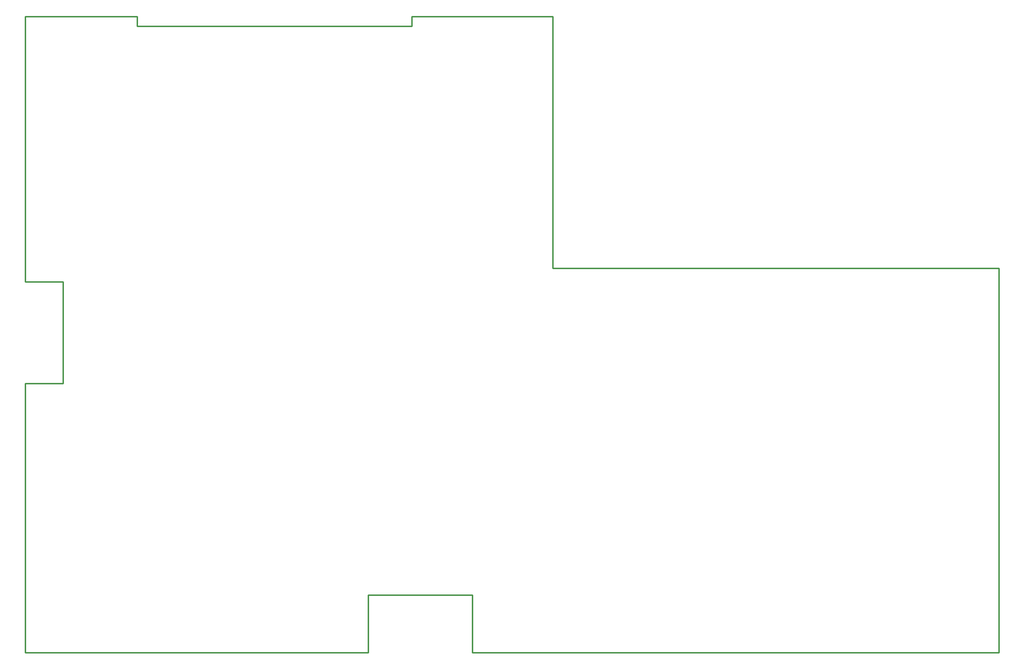
<source format=gbr>
G04 EAGLE Gerber RS-274X export*
G75*
%MOMM*%
%FSLAX34Y34*%
%LPD*%
%IN*%
%IPPOS*%
%AMOC8*
5,1,8,0,0,1.08239X$1,22.5*%
G01*
G04 Define Apertures*
%ADD10C,0.254000*%
D10*
X0Y-232000D02*
X600000Y-232000D01*
X600000Y-132000D01*
X782000Y-132000D01*
X782000Y-232000D01*
X1702000Y-232000D01*
X1702000Y440000D01*
X922000Y440000D01*
X922000Y880000D01*
X676000Y880000D01*
X676000Y863000D01*
X196000Y863000D01*
X196000Y880000D01*
X0Y880000D01*
X0Y416000D01*
X66000Y416000D01*
X66000Y238000D01*
X0Y238000D01*
X0Y-232000D01*
M02*

</source>
